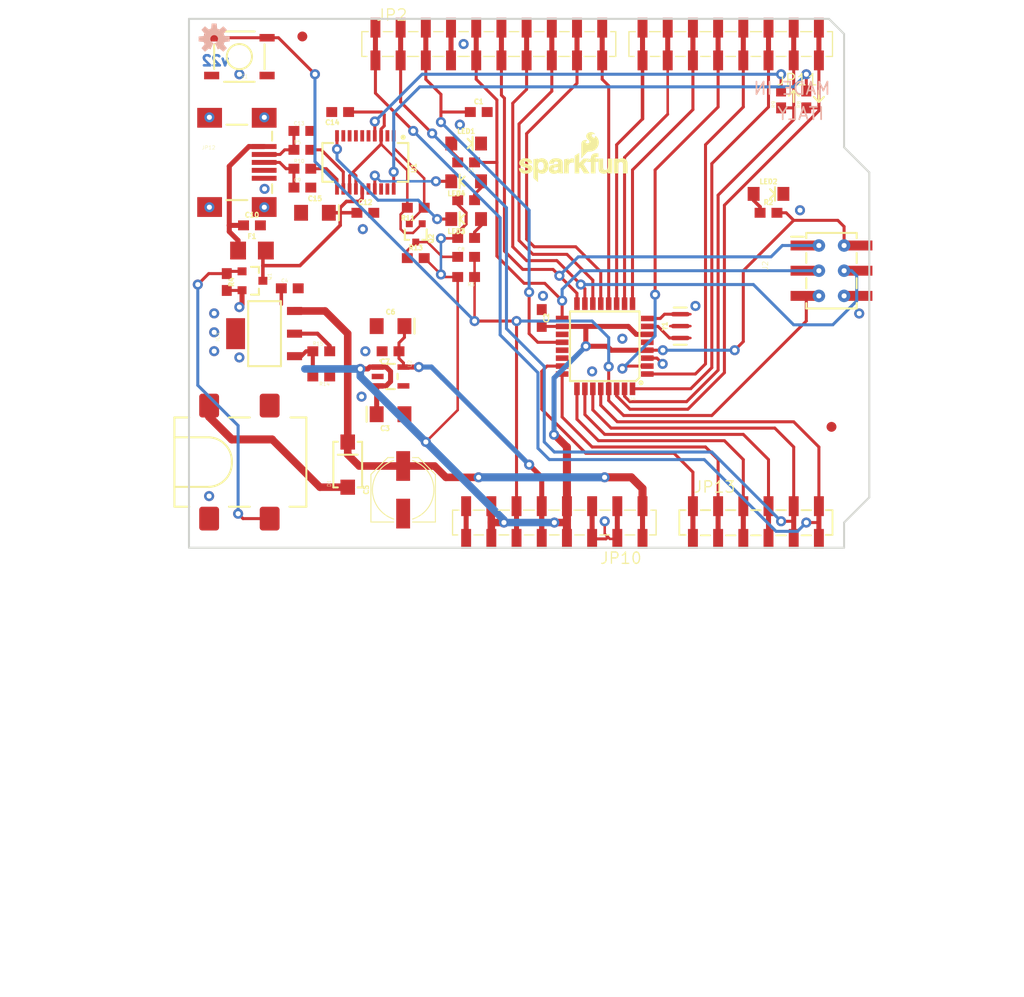
<source format=kicad_pcb>
(kicad_pcb (version 20211014) (generator pcbnew)
  (layers (0 "F.Cu" signal) (31 "B.Cu" signal) (34 "B.Paste" user) (35 "F.Paste" user) (36 "B.SilkS" user "B.Silkscreen") (37 "F.SilkS" user "F.Silkscreen") (38 "B.Mask" user) (39 "F.Mask" user) (44 "Edge.Cuts" user))
  (net 0 "")
  (net 1 "RX-I")
  (net 2 "TX-O")
  (net 3 "IO2")
  (net 4 "IO3")
  (net 5 "IO4")
  (net 6 "IO5")
  (net 7 "IO6")
  (net 8 "IO7")
  (net 9 "AD0")
  (net 10 "AD1")
  (net 11 "AD2")
  (net 12 "AD3")
  (net 13 "AD4/SDA")
  (net 14 "AD5/SCL")
  (net 15 "IO8")
  (net 16 "IO9")
  (net 17 "SS")
  (net 18 "MOSI")
  (net 19 "MISO")
  (net 20 "SCK")
  (net 21 "5V")
  (net 22 "GND")
  (net 23 "RESET")
  (net 24 "AREF")
  (net 25 "3.3V")
  (net 26 "VIN")
  (net 27 "N$2")
  (net 28 "PWRIN")
  (net 29 "USBVCC")
  (net 30 "DTR")
  (net 31 "D-")
  (net 32 "D+")
  (net 33 "VUSB")
  (net 34 "N$1")
  (net 35 "N$15")
  (net 36 "N$3")
  (net 37 "N$4")
  (net 38 "TXLED")
  (net 39 "RXLED")
  (net 40 "N$8")
  (net 41 "N$10")
  (net 42 "TXD")
  (net 43 "RXD")
  (net 44 "INSERT")
  (net 45 "N$6")
  (net 46 "N$7")
  (net 47 "3.3V_F")
  (net 48 "FTDI_DTR")
  (footprint "boardEagle:0603" (layer "F.Cu") (at 137.0711 97.3836 180)
    (fp_text reference "R11")
    (fp_text value "10k")
  )
  (footprint "boardEagle:SOT223-ALT1" (layer "F.Cu") (at 121.8311 110.0836 90)
    (fp_text reference "IC3")
    (fp_text value "LM1117")
  )
  (footprint "boardEagle:STAND-OFF" (layer "F.Cu") (at 128.1811 129.1336)
    (fp_text reference "JP3" hide)
    (fp_text value "STAND-OFF" hide)
  )
  (footprint "boardEagle:0603" (layer "F.Cu") (at 125.6411 93.4466)
    (fp_text reference "R10")
    (fp_text value "27")
  )
  (footprint "boardEagle:0603" (layer "F.Cu") (at 149.7711 108.5036 -90)
    (fp_text reference "C2")
    (fp_text value "0.1uF")
  )
  (footprint "boardEagle:0603" (layer "F.Cu") (at 125.6411 89.6366)
    (fp_text reference "C13")
    (fp_text value "47pF")
  )
  (footprint "boardEagle:0603" (layer "F.Cu") (at 142.1511 92.8116 180)
    (fp_text reference "R1")
    (fp_text value "1k")
  )
  (footprint "boardEagle:SOT23-3" (layer "F.Cu") (at 120.5611 104.7496 -90)
    (fp_text reference "Q1")
    (fp_text value "1A/60V/500mΩ")
  )
  (footprint "boardEagle:EIA3216" (layer "F.Cu") (at 134.5311 109.3216)
    (fp_text reference "C6")
    (fp_text value "10uF")
  )
  (footprint "boardEagle:POWER_JACK_SMD_OVERPASTE_SUPER_BOMB_DIGITY" (layer "F.Cu") (at 116.2431 123.0376)
    (fp_text reference "J3" hide)
    (fp_text value "POWER_JACKSUPER_BOMB_DIGITY" hide)
  )
  (footprint "boardEagle:TQFP32-08" (layer "F.Cu") (at 156.1211 111.3536 180)
    (fp_text reference "U4")
    (fp_text value "ATMEGA328P_TQFP")
  )
  (footprint "boardEagle:SFE_LOGO_NAME_.1" (layer "F.Cu") (at 147.0025 95.2246)
    (fp_text reference "JP1" hide)
    (fp_text value "SFE_LOGO_NAME.1_INCH" hide)
  )
  (footprint "boardEagle:RESONATOR-SMD-3.2X1.3" (layer "F.Cu") (at 163.7411 109.3216 90)
    (fp_text reference "Y1")
    (fp_text value "16MHz")
  )
  (footprint "boardEagle:0603" (layer "F.Cu") (at 131.9911 97.8916)
    (fp_text reference "C12")
    (fp_text value "0.1uF")
  )
  (footprint "boardEagle:0603" (layer "F.Cu") (at 173.9011 86.4616 90)
    (fp_text reference "R9")
    (fp_text value "1k")
  )
  (footprint "boardEagle:PANASONIC_D" (layer "F.Cu") (at 135.8011 125.8316 90)
    (fp_text reference "C5")
    (fp_text value "47uF")
  )
  (footprint "boardEagle:0603" (layer "F.Cu") (at 142.1511 104.3686 180)
    (fp_text reference "R3")
    (fp_text value "10k")
  )
  (footprint "boardEagle:SSOP20_L" (layer "F.Cu") (at 131.9911 92.8116 180)
    (fp_text reference "U1")
    (fp_text value "FT231XS")
  )
  (footprint "boardEagle:LED-1206" (layer "F.Cu") (at 142.1511 98.5266 180)
    (fp_text reference "LED3")
    (fp_text value "Red")
  )
  (footprint "boardEagle:0603" (layer "F.Cu") (at 137.0711 102.4636)
    (fp_text reference "R13")
    (fp_text value "10k")
  )
  (footprint "boardEagle:0603" (layer "F.Cu") (at 120.5611 99.1616)
    (fp_text reference "C10")
    (fp_text value "0.1uF")
  )
  (footprint "boardEagle:1X06_SMD_STRAIGHT_COMBO" (layer "F.Cu") (at 165.0111 129.1336)
    (fp_text reference "JP13")
    (fp_text value "AD")
  )
  (footprint "boardEagle:0603" (layer "F.Cu") (at 125.6411 91.5416)
    (fp_text reference "R5")
    (fp_text value "27")
  )
  (footprint "boardEagle:0603" (layer "F.Cu") (at 127.5461 111.8616)
    (fp_text reference "R15")
    (fp_text value "240")
  )
  (footprint "boardEagle:0603" (layer "F.Cu") (at 134.5311 111.8616 180)
    (fp_text reference "C7")
    (fp_text value "1.0uF")
  )
  (footprint "boardEagle:EIA3216" (layer "F.Cu") (at 134.5311 118.2116 180)
    (fp_text reference "C3")
    (fp_text value "10uF")
  )
  (footprint "boardEagle:TACTILE-SWITCH-SMD" (layer "F.Cu") (at 119.2911 82.1436 180)
    (fp_text reference "S1")
    (fp_text value "RESET")
  )
  (footprint "boardEagle:0603" (layer "F.Cu") (at 172.6311 97.8916)
    (fp_text reference "R2")
    (fp_text value "4.7k")
  )
  (footprint "boardEagle:EIA3216" (layer "F.Cu") (at 126.9111 97.8916)
    (fp_text reference "C15")
    (fp_text value "10uF")
  )
  (footprint "boardEagle:1206" (layer "F.Cu") (at 120.5611 101.7016)
    (fp_text reference "F1")
    (fp_text value "6V/0.5A")
  )
  (footprint "boardEagle:USB-MINIB" (layer "F.Cu") (at 119.2911 92.8116)
    (fp_text reference "JP12")
    (fp_text value "USB-MINIB-5PIN")
  )
  (footprint "boardEagle:CREATIVE_COMMONS" (layer "F.Cu") (at 115.4811 171.0436)
    (fp_text reference "FRAME2" hide)
    (fp_text value "FRAME-LETTER" hide)
  )
  (footprint "boardEagle:0603" (layer "F.Cu") (at 142.1511 96.6216)
    (fp_text reference "R7")
    (fp_text value "1k")
  )
  (footprint "boardEagle:0603" (layer "F.Cu") (at 142.1511 102.3366)
    (fp_text reference "C8")
    (fp_text value "0.1uF")
  )
  (footprint "boardEagle:0603" (layer "F.Cu") (at 142.1511 100.4316)
    (fp_text reference "R6")
    (fp_text value "1k")
  )
  (footprint "boardEagle:0603" (layer "F.Cu") (at 127.5461 114.4016 180)
    (fp_text reference "R14")
    (fp_text value "715")
  )
  (footprint "boardEagle:SOT323" (layer "F.Cu") (at 137.0711 99.9236 180)
    (fp_text reference "Q2")
    (fp_text value "2N7002PW")
  )
  (footprint "boardEagle:1X08_SMD_COMBINED" (layer "F.Cu") (at 159.9311 129.1336 180)
    (fp_text reference "JP10")
    (fp_text value "JP10")
  )
  (footprint "boardEagle:FIDUCIAL-1X2" (layer "F.Cu") (at 178.9811 119.4816)
    (fp_text reference "JP8" hide)
    (fp_text value "FIDUCIAL1X2" hide)
  )
  (footprint "boardEagle:LED-1206" (layer "F.Cu") (at 142.1511 90.9066)
    (fp_text reference "LED1")
    (fp_text value "Blue")
  )
  (footprint "boardEagle:1X10_SMD_COMBINED" (layer "F.Cu") (at 133.0071 80.8736)
    (fp_text reference "JP2")
    (fp_text value "M10SMD_COMBO")
  )
  (footprint "boardEagle:STAND-OFF" (layer "F.Cu") (at 180.2511 96.1136)
    (fp_text reference "JP5" hide)
    (fp_text value "STAND-OFF" hide)
  )
  (footprint "boardEagle:SFE_LOGO_FLAME_.1" (layer "F.Cu") (at 153.4795 92.6846)
    (fp_text reference "JP7" hide)
    (fp_text value "SFE_LOGO_FLAME.1_INCH" hide)
  )
  (footprint "boardEagle:0603" (layer "F.Cu") (at 125.6411 95.3516)
    (fp_text reference "C9")
    (fp_text value "47pF")
  )
  (footprint "boardEagle:LED-1206" (layer "F.Cu") (at 172.6311 95.9866)
    (fp_text reference "LED2")
    (fp_text value "Green")
  )
  (footprint "boardEagle:1X08_SMD_COMBINED" (layer "F.Cu") (at 177.7111 80.8736 180)
    (fp_text reference "JP11")
    (fp_text value "IOL")
  )
  (footprint "boardEagle:0603" (layer "F.Cu") (at 118.0211 104.8766 -90)
    (fp_text reference "R4")
    (fp_text value "10k")
  )
  (footprint "boardEagle:STAND-OFF" (layer "F.Cu") (at 180.2511 124.0536)
    (fp_text reference "JP4" hide)
    (fp_text value "STAND-OFF" hide)
  )
  (footprint "boardEagle:2X3_SMT_POSTS" (layer "F.Cu") (at 178.9811 103.7336 -90)
    (fp_text reference "J2")
    (fp_text value "ICSP")
  )
  (footprint "boardEagle:0603" (layer "F.Cu") (at 129.4511 87.7316 180)
    (fp_text reference "C14")
    (fp_text value "0.1uF")
  )
  (footprint "boardEagle:LED-1206" (layer "F.Cu") (at 142.1511 94.7166 180)
    (fp_text reference "LED4")
    (fp_text value "Yellow")
  )
  (footprint "boardEagle:0603" (layer "F.Cu") (at 124.3711 105.5116)
    (fp_text reference "C4")
    (fp_text value "0.1uF")
  )
  (footprint "boardEagle:FIDUCIAL-1X2" (layer "F.Cu") (at 125.6411 80.1116)
    (fp_text reference "JP9" hide)
    (fp_text value "FIDUCIAL1X2" hide)
  )
  (footprint "boardEagle:0603" (layer "F.Cu") (at 176.4411 86.4616 90)
    (fp_text reference "R8")
    (fp_text value "1k")
  )
  (footprint "boardEagle:SMA-DIODE" (layer "F.Cu") (at 130.2131 123.2916 90)
    (fp_text reference "D1")
    (fp_text value "MBRA140")
  )
  (footprint "boardEagle:SOT23-5" (layer "F.Cu") (at 134.5311 114.4016 -90)
    (fp_text reference "U2")
    (fp_text value "MIC5205")
  )
  (footprint "boardEagle:0603" (layer "F.Cu") (at 143.4211 87.7316)
    (fp_text reference "C1")
    (fp_text value "0.1uF")
  )
  (footprint "boardEagle:STAND-OFF" (layer "F.Cu") (at 129.4511 80.8736)
    (fp_text reference "JP6" hide)
    (fp_text value "STAND-OFF" hide)
  )
  (footprint "boardEagle:PAD.03X.05" (layer "B.Cu") (at 180.2511 101.1936 180)
    (fp_text reference "TP1" hide)
    (fp_text value "TP-3x5" hide)
  )
  (footprint "boardEagle:PAD.03X.05" (layer "B.Cu") (at 177.7111 101.1936 180)
    (fp_text reference "TP4" hide)
    (fp_text value "TP-3x5" hide)
  )
  (footprint "boardEagle:OSHW-LOGO-S" (layer "B.Cu") (at 116.7511 80.3656 180)
    (fp_text reference "U$16" hide)
    (fp_text value "OSHW-LOGOS" hide)
  )
  (footprint "boardEagle:PAD.03X.05" (layer "B.Cu") (at 177.7111 106.2736 180)
    (fp_text reference "TP6" hide)
    (fp_text value "TP-3x5" hide)
  )
  (footprint "boardEagle:PAD.03X.05" (layer "B.Cu") (at 180.2511 106.2736 180)
    (fp_text reference "TP3" hide)
    (fp_text value "TP-3x5" hide)
  )
  (footprint "boardEagle:PAD.03X.05" (layer "B.Cu") (at 177.7111 103.7336 180)
    (fp_text reference "TP5" hide)
    (fp_text value "TP-3x5" hide)
  )
  (footprint "boardEagle:PAD.03X.05" (layer "B.Cu") (at 180.2511 103.7336 180)
    (fp_text reference "TP2" hide)
    (fp_text value "TP-3x5" hide)
  )
  (gr_line (start 175.6791 86.0806) (end 175.1711 85.5726) (layer "F.SilkS") (width 0.2032))
  (gr_line (start 175.1711 86.7156) (end 175.1711 85.5726) (layer "F.SilkS") (width 0.2032))
  (gr_line (start 177.2031 86.2076) (end 177.7111 86.7156) (layer "F.SilkS") (width 0.2032))
  (gr_line (start 177.7111 86.7156) (end 178.2191 86.2076) (layer "F.SilkS") (width 0.2032))
  (gr_line (start 177.7111 85.5726) (end 177.7111 86.7156) (layer "F.SilkS") (width 0.2032))
  (gr_line (start 175.1711 85.5726) (end 174.6631 86.0806) (layer "F.SilkS") (width 0.2032))
  (gr_line (start 180.2511 131.6736) (end 114.2111 131.6736) (layer "Edge.Cuts") (width 0.2032))
  (gr_line (start 180.2511 79.8576) (end 180.2511 91.2876) (layer "Edge.Cuts") (width 0.2032))
  (gr_line (start 178.7271 78.3336) (end 180.2511 79.8576) (layer "Edge.Cuts") (width 0.2032))
  (gr_line (start 182.7911 126.5936) (end 180.2511 129.1336) (layer "Edge.Cuts") (width 0.2032))
  (gr_line (start 182.7911 93.8276) (end 182.7911 126.5936) (layer "Edge.Cuts") (width 0.2032))
  (gr_line (start 180.2511 91.2876) (end 182.7911 93.8276) (layer "Edge.Cuts") (width 0.2032))
  (gr_line (start 180.2511 129.1336) (end 180.2511 131.6736) (layer "Edge.Cuts") (width 0.2032))
  (gr_line (start 114.2111 78.3336) (end 178.7271 78.3336) (layer "Edge.Cuts") (width 0.2032))
  (gr_line (start 114.2111 131.6736) (end 114.2111 78.3336) (layer "Edge.Cuts") (width 0.2032))
  (gr_text "v22" (at 118.4021 83.1596) (layer "B.Cu") (effects (font (size 1.016 1.016) (thickness 0.254)) (justify left bottom mirror)))
  (gr_text "MADE IN" (at 178.9811 86.0806) (layer "B.SilkS") (effects (font (size 1.251712 1.251712) (thickness 0.170688)) (justify left bottom mirror)))
  (gr_text "ITALY" (at 178.3461 88.6206) (layer "B.SilkS") (effects (font (size 1.251712 1.251712) (thickness 0.170688)) (justify left bottom mirror)))
  (segment (start 176.4411 87.3116) (end 177.6721 87.3116) (width 0.3048) (layer "F.Cu") (net 1))
  (segment (start 177.6721 87.3116) (end 177.7111 87.3506) (width 0.3048) (layer "F.Cu") (net 1))
  (segment (start 158.6611 117.7036) (end 164.5031 117.7036) (width 0.3048) (layer "F.Cu") (net 1))
  (segment (start 157.3211 115.6462) (end 157.3211 116.3636) (width 0.3048) (layer "F.Cu") (net 1))
  (segment (start 157.3211 116.3636) (end 158.6611 117.7036) (width 0.3048) (layer "F.Cu") (net 1))
  (segment (start 177.7111 85.3186) (end 177.7111 82.5236) (width 0.3048) (layer "F.Cu") (net 1))
  (segment (start 177.7111 87.6046) (end 177.7111 87.3506) (width 0.3048) (layer "F.Cu") (net 1))
  (segment (start 177.7111 87.3506) (end 177.7111 85.3186) (width 0.3048) (layer "F.Cu") (net 1))
  (segment (start 168.1861 97.1296) (end 177.7111 87.6046) (width 0.3048) (layer "F.Cu") (net 1))
  (segment (start 168.1861 114.0206) (end 168.1861 97.1296) (width 0.3048) (layer "F.Cu") (net 1))
  (segment (start 164.5031 117.7036) (end 168.1861 114.0206) (width 0.3048) (layer "F.Cu") (net 1))
  (segment (start 177.7111 85.3186) (end 177.7261 85.3036) (width 0.254) (layer "F.Cu") (net 1))
  (segment (start 175.1711 87.3506) (end 175.1711 85.3186) (width 0.3048) (layer "F.Cu") (net 2))
  (segment (start 167.5511 113.7666) (end 167.5511 96.1136) (width 0.3048) (layer "F.Cu") (net 2))
  (segment (start 175.1711 88.4936) (end 175.1711 87.3506) (width 0.3048) (layer "F.Cu") (net 2))
  (segment (start 158.6611 116.9416) (end 164.3761 116.9416) (width 0.3048) (layer "F.Cu") (net 2))
  (segment (start 175.1711 85.3186) (end 175.1561 85.3036) (width 0.254) (layer "F.Cu") (net 2))
  (segment (start 175.1321 87.3116) (end 175.1711 87.3506) (width 0.3048) (layer "F.Cu") (net 2))
  (segment (start 164.3761 116.9416) (end 167.5511 113.7666) (width 0.3048) (layer "F.Cu") (net 2))
  (segment (start 175.1711 85.3186) (end 175.1711 79.2236) (width 0.3048) (layer "F.Cu") (net 2))
  (segment (start 167.5511 96.1136) (end 175.1711 88.4936) (width 0.3048) (layer "F.Cu") (net 2))
  (segment (start 158.1211 116.4016) (end 158.6611 116.9416) (width 0.3048) (layer "F.Cu") (net 2))
  (segment (start 173.9011 87.3116) (end 175.1321 87.3116) (width 0.3048) (layer "F.Cu") (net 2))
  (segment (start 158.1211 115.6462) (end 158.1211 116.4016) (width 0.3048) (layer "F.Cu") (net 2))
  (segment (start 164.7825 115.6462) (end 166.9161 113.5126) (width 0.3048) (layer "F.Cu") (net 3))
  (segment (start 166.9161 92.9386) (end 172.6311 87.2236) (width 0.3048) (layer "F.Cu") (net 3))
  (segment (start 172.6311 87.2236) (end 172.6311 82.5236) (width 0.3048) (layer "F.Cu") (net 3))
  (segment (start 158.9211 115.6462) (end 164.7825 115.6462) (width 0.3048) (layer "F.Cu") (net 3))
  (segment (start 166.9161 113.5126) (end 166.9161 92.9386) (width 0.3048) (layer "F.Cu") (net 3))
  (segment (start 160.4137 114.1536) (end 165.2591 114.1536) (width 0.3048) (layer "F.Cu") (net 4))
  (segment (start 170.0911 87.2236) (end 170.0911 79.2236) (width 0.3048) (layer "F.Cu") (net 4))
  (segment (start 166.2811 113.1316) (end 166.2811 91.0336) (width 0.3048) (layer "F.Cu") (net 4))
  (segment (start 166.2811 91.0336) (end 170.0911 87.2236) (width 0.3048) (layer "F.Cu") (net 4))
  (segment (start 165.2591 114.1536) (end 166.2811 113.1316) (width 0.3048) (layer "F.Cu") (net 4))
  (segment (start 160.4137 113.3536) (end 158.1531 113.3536) (width 0.3048) (layer "F.Cu") (net 5))
  (segment (start 158.1531 113.3536) (end 157.8991 113.6076) (width 0.3048) (layer "F.Cu") (net 5))
  (segment (start 161.2011 93.5736) (end 167.5511 87.2236) (width 0.3048) (layer "F.Cu") (net 5))
  (segment (start 167.5511 87.2236) (end 167.5511 82.5236) (width 0.3048) (layer "F.Cu") (net 5))
  (segment (start 161.2011 106.1466) (end 161.2011 93.5736) (width 0.3048) (layer "F.Cu") (net 5))
  (via (at 161.2011 106.1466) (size 1.016) (drill 0.508) (layers "F.Cu" "B.Cu") (net 5))
  (via (at 157.8991 113.6076) (size 1.016) (drill 0.508) (layers "F.Cu" "B.Cu") (net 5))
  (segment (start 157.8991 113.6076) (end 161.2011 110.3056) (width 0.3048) (layer "B.Cu") (net 5))
  (segment (start 161.2011 110.3056) (end 161.2011 106.1466) (width 0.3048) (layer "B.Cu") (net 5))
  (segment (start 158.9211 107.061) (end 158.9211 93.5736) (width 0.3048) (layer "F.Cu") (net 6))
  (segment (start 165.0111 87.4836) (end 165.0111 79.2236) (width 0.3048) (layer "F.Cu") (net 6))
  (segment (start 158.9211 93.5736) (end 165.0111 87.4836) (width 0.3048) (layer "F.Cu") (net 6))
  (segment (start 158.1211 107.061) (end 158.1211 92.3036) (width 0.3048) (layer "F.Cu") (net 7))
  (segment (start 162.4711 87.9536) (end 162.4711 82.5236) (width 0.254) (layer "F.Cu") (net 7))
  (segment (start 158.1211 92.3036) (end 162.4711 87.9536) (width 0.3048) (layer "F.Cu") (net 7))
  (segment (start 157.3211 91.0336) (end 159.9311 88.4236) (width 0.3048) (layer "F.Cu") (net 8))
  (segment (start 159.9311 88.4236) (end 159.9311 79.2236) (width 0.3556) (layer "F.Cu") (net 8))
  (segment (start 157.3211 107.061) (end 157.3211 91.0336) (width 0.3048) (layer "F.Cu") (net 8))
  (segment (start 150.3111 113.3536) (end 151.8285 113.3536) (width 0.3048) (layer "F.Cu") (net 9))
  (segment (start 149.7711 113.8936) (end 150.3111 113.3536) (width 0.3048) (layer "F.Cu") (net 9))
  (segment (start 154.2161 122.1486) (end 149.7711 117.7036) (width 0.3048) (layer "F.Cu") (net 9))
  (segment (start 165.0111 124.0536) (end 165.0111 130.7836) (width 0.3048) (layer "F.Cu") (net 9))
  (segment (start 163.1061 122.1486) (end 165.0111 124.0536) (width 0.3048) (layer "F.Cu") (net 9))
  (segment (start 154.2161 122.1486) (end 163.1061 122.1486) (width 0.3048) (layer "F.Cu") (net 9))
  (segment (start 149.7711 117.7036) (end 149.7711 113.8936) (width 0.3048) (layer "F.Cu") (net 9))
  (segment (start 151.8285 118.491) (end 151.8285 114.1536) (width 0.3048) (layer "F.Cu") (net 10))
  (segment (start 154.8511 121.5136) (end 166.2811 121.5136) (width 0.3048) (layer "F.Cu") (net 10))
  (segment (start 166.2811 121.5136) (end 167.5511 122.7836) (width 0.3048) (layer "F.Cu") (net 10))
  (segment (start 151.8285 118.491) (end 154.8511 121.5136) (width 0.3048) (layer "F.Cu") (net 10))
  (segment (start 167.5511 122.7836) (end 167.5511 127.4836) (width 0.3048) (layer "F.Cu") (net 10))
  (segment (start 170.0911 122.7836) (end 170.0911 130.7836) (width 0.3048) (layer "F.Cu") (net 11))
  (segment (start 155.4861 120.8786) (end 168.1861 120.8786) (width 0.3048) (layer "F.Cu") (net 11))
  (segment (start 168.1861 120.8786) (end 170.0911 122.7836) (width 0.3048) (layer "F.Cu") (net 11))
  (segment (start 155.4861 120.8786) (end 153.3211 118.7136) (width 0.3048) (layer "F.Cu") (net 11))
  (segment (start 153.3211 118.7136) (end 153.3211 115.6462) (width 0.3048) (layer "F.Cu") (net 11))
  (segment (start 156.1211 120.2436) (end 170.0911 120.2436) (width 0.3048) (layer "F.Cu") (net 12))
  (segment (start 170.0911 120.2436) (end 172.6311 122.7836) (width 0.3048) (layer "F.Cu") (net 12))
  (segment (start 154.1211 118.2436) (end 154.1211 115.6462) (width 0.3048) (layer "F.Cu") (net 12))
  (segment (start 156.1211 120.2436) (end 154.1211 118.2436) (width 0.3048) (layer "F.Cu") (net 12))
  (segment (start 172.6311 122.7836) (end 172.6311 127.4836) (width 0.3048) (layer "F.Cu") (net 12))
  (segment (start 154.9211 117.7736) (end 154.9211 115.6462) (width 0.3048) (layer "F.Cu") (net 13))
  (segment (start 156.7561 119.6086) (end 154.9211 117.7736) (width 0.3048) (layer "F.Cu") (net 13))
  (segment (start 156.7561 119.6086) (end 173.2661 119.6086) (width 0.3048) (layer "F.Cu") (net 13))
  (segment (start 135.5471 82.5236) (end 135.5471 86.7156) (width 0.3048) (layer "F.Cu") (net 13))
  (segment (start 173.2661 119.6086) (end 175.1711 121.5136) (width 0.3048) (layer "F.Cu") (net 13))
  (segment (start 175.1711 121.5136) (end 175.1711 129.0066) (width 0.3048) (layer "F.Cu") (net 13))
  (segment (start 135.5471 86.7156) (end 138.7221 89.8906) (width 0.3048) (layer "F.Cu") (net 13))
  (segment (start 173.9011 129.0066) (end 175.1711 129.0066) (width 0.3048) (layer "F.Cu") (net 13))
  (segment (start 175.1711 129.0066) (end 175.1711 130.7836) (width 0.3048) (layer "F.Cu") (net 13))
  (via (at 173.9011 129.0066) (size 1.016) (drill 0.508) (layers "F.Cu" "B.Cu") (net 13))
  (via (at 138.7221 89.8906) (size 1.016) (drill 0.508) (layers "F.Cu" "B.Cu") (net 13))
  (segment (start 150.0251 113.3856) (end 150.0251 121.0056) (width 0.3048) (layer "B.Cu") (net 13))
  (segment (start 166.9161 122.0216) (end 173.9011 129.0066) (width 0.3048) (layer "B.Cu") (net 13))
  (segment (start 146.2151 109.5756) (end 150.0251 113.3856) (width 0.3048) (layer "B.Cu") (net 13))
  (segment (start 146.2151 97.3836) (end 138.7221 89.8906) (width 0.3048) (layer "B.Cu") (net 13))
  (segment (start 146.2151 97.3836) (end 146.2151 109.5756) (width 0.3048) (layer "B.Cu") (net 13))
  (segment (start 151.0411 122.0216) (end 166.9161 122.0216) (width 0.3048) (layer "B.Cu") (net 13))
  (segment (start 150.0251 121.0056) (end 151.0411 122.0216) (width 0.3048) (layer "B.Cu") (net 13))
  (segment (start 176.4411 129.1336) (end 177.7111 129.1336) (width 0.3048) (layer "F.Cu") (net 14))
  (segment (start 157.3911 118.9736) (end 175.1711 118.9736) (width 0.3048) (layer "F.Cu") (net 14))
  (segment (start 155.7211 117.3036) (end 155.7211 115.6462) (width 0.3048) (layer "F.Cu") (net 14))
  (segment (start 133.0071 85.8266) (end 136.8171 89.6366) (width 0.3048) (layer "F.Cu") (net 14))
  (segment (start 133.0071 82.5236) (end 133.0071 85.8266) (width 0.3048) (layer "F.Cu") (net 14))
  (segment (start 175.1711 118.9736) (end 177.7111 121.5136) (width 0.3048) (layer "F.Cu") (net 14))
  (segment (start 155.7211 117.3036) (end 157.3911 118.9736) (width 0.3048) (layer "F.Cu") (net 14))
  (segment (start 177.7111 129.1336) (end 177.7111 127.4836) (width 0.3048) (layer "F.Cu") (net 14))
  (segment (start 177.7111 121.5136) (end 177.7111 127.4836) (width 0.3048) (layer "F.Cu") (net 14))
  (via (at 136.8171 89.6366) (size 1.016) (drill 0.508) (layers "F.Cu" "B.Cu") (net 14))
  (via (at 176.4411 129.1336) (size 1.016) (drill 0.508) (layers "F.Cu" "B.Cu") (net 14))
  (segment (start 149.3901 121.6406) (end 150.5331 122.7836) (width 0.3048) (layer "B.Cu") (net 14))
  (segment (start 166.1541 122.7836) (end 173.3931 130.0226) (width 0.3048) (layer "B.Cu") (net 14))
  (segment (start 145.5801 110.2106) (end 149.3901 114.0206) (width 0.3048) (layer "B.Cu") (net 14))
  (segment (start 136.8171 89.6366) (end 145.5801 98.3996) (width 0.3048) (layer "B.Cu") (net 14))
  (segment (start 175.5521 130.0226) (end 176.4411 129.1336) (width 0.3048) (layer "B.Cu") (net 14))
  (segment (start 150.5331 122.7836) (end 166.1541 122.7836) (width 0.3048) (layer "B.Cu") (net 14))
  (segment (start 145.5801 98.3996) (end 145.5801 110.2106) (width 0.3048) (layer "B.Cu") (net 14))
  (segment (start 173.3931 130.0226) (end 175.5521 130.0226) (width 0.3048) (layer "B.Cu") (net 14))
  (segment (start 149.3901 114.0206) (end 149.3901 121.6406) (width 0.3048) (layer "B.Cu") (net 14))
  (segment (start 155.8671 84.4296) (end 155.8671 82.5236) (width 0.3048) (layer "F.Cu") (net 15))
  (segment (start 156.5211 85.0836) (end 155.8671 84.4296) (width 0.3048) (layer "F.Cu") (net 15))
  (segment (start 156.5211 107.061) (end 156.5211 85.0836) (width 0.3048) (layer "F.Cu") (net 15))
  (segment (start 149.0091 101.3206) (end 148.2471 100.5586) (width 0.3048) (layer "F.Cu") (net 16))
  (segment (start 155.7211 103.8416) (end 153.2001 101.3206) (width 0.3048) (layer "F.Cu") (net 16))
  (segment (start 148.2471 100.5586) (end 148.2471 89.9096) (width 0.3048) (layer "F.Cu") (net 16))
  (segment (start 148.2471 89.9096) (end 153.3271 84.8296) (width 0.3048) (layer "F.Cu") (net 16))
  (segment (start 153.2001 101.3206) (end 149.0091 101.3206) (width 0.3048) (layer "F.Cu") (net 16))
  (segment (start 153.3271 84.8296) (end 153.3271 82.5236) (width 0.3048) (layer "F.Cu") (net 16))
  (segment (start 155.7211 107.061) (end 155.7211 103.8416) (width 0.3048) (layer "F.Cu") (net 16))
  (segment (start 147.4851 100.6856) (end 147.4851 88.9316) (width 0.3048) (layer "F.Cu") (net 17))
  (segment (start 154.9211 107.061) (end 154.9211 104.6926) (width 0.3048) (layer "F.Cu") (net 17))
  (segment (start 152.3111 102.0826) (end 148.8821 102.0826) (width 0.3048) (layer "F.Cu") (net 17))
  (segment (start 148.8821 102.0826) (end 147.4851 100.6856) (width 0.3048) (layer "F.Cu") (net 17))
  (segment (start 150.7871 85.6296) (end 150.7871 82.5236) (width 0.3048) (layer "F.Cu") (net 17))
  (segment (start 147.4851 88.9316) (end 150.7871 85.6296) (width 0.3048) (layer "F.Cu") (net 17))
  (segment (start 154.9211 104.6926) (end 152.3111 102.0826) (width 0.3048) (layer "F.Cu") (net 17))
  (segment (start 154.1211 107.061) (end 154.1211 105.5436) (width 0.3048) (layer "F.Cu") (net 18))
  (segment (start 151.2951 102.7176) (end 148.2471 102.7176) (width 0.3048) (layer "F.Cu") (net 18))
  (segment (start 153.7081 105.1306) (end 151.2951 102.7176) (width 0.3048) (layer "F.Cu") (net 18))
  (segment (start 181.5211 103.7336) (end 180.2511 103.7336) (width 0.3048) (layer "F.Cu") (net 18))
  (segment (start 148.2471 102.7176) (end 146.8501 101.3206) (width 0.3048) (layer "F.Cu") (net 18))
  (segment (start 148.2471 85.4456) (end 146.8501 86.8426) (width 0.3048) (layer "F.Cu") (net 18))
  (segment (start 146.8501 86.8426) (end 146.8501 101.3206) (width 0.3048) (layer "F.Cu") (net 18))
  (segment (start 148.2471 82.5236) (end 148.2471 85.4456) (width 0.3048) (layer "F.Cu") (net 18))
  (segment (start 154.1211 105.5436) (end 153.7081 105.1306) (width 0.3048) (layer "F.Cu") (net 18))
  (via (at 153.7081 105.1306) (size 1.016) (drill 0.508) (layers "F.Cu" "B.Cu") (net 18))
  (via (at 180.2511 103.7336) (size 1.016) (drill 0.508) (layers "F.Cu" "B.Cu") (net 18))
  (segment (start 181.5211 104.2416) (end 181.5211 106.7816) (width 0.3048) (layer "B.Cu") (net 18))
  (segment (start 179.1081 109.1946) (end 175.1711 109.1946) (width 0.3048) (layer "B.Cu") (net 18))
  (segment (start 179.1081 109.1946) (end 181.5211 106.7816) (width 0.3048) (layer "B.Cu") (net 18))
  (segment (start 181.0131 103.7336) (end 181.5211 104.2416) (width 0.3048) (layer "B.Cu") (net 18))
  (segment (start 175.1711 109.1946) (end 171.1071 105.1306) (width 0.3048) (layer "B.Cu") (net 18))
  (segment (start 171.1071 105.1306) (end 153.7081 105.1306) (width 0.3048) (layer "B.Cu") (net 18))
  (segment (start 180.2511 103.7336) (end 181.0131 103.7336) (width 0.3048) (layer "B.Cu") (net 18))
  (segment (start 146.0119 101.7524) (end 146.0119 86.3346) (width 0.3048) (layer "F.Cu") (net 19))
  (segment (start 153.3211 107.061) (end 153.3211 106.0136) (width 0.3048) (layer "F.Cu") (net 19))
  (segment (start 145.7071 86.0298) (end 146.0119 86.3346) (width 0.3048) (layer "F.Cu") (net 19))
  (segment (start 145.7071 82.5236) (end 145.7071 86.0298) (width 0.3048) (layer "F.Cu") (net 19))
  (segment (start 176.4411 101.1936) (end 177.7111 101.1936) (width 0.3048) (layer "F.Cu") (net 19))
  (segment (start 150.9141 103.6066) (end 147.8661 103.6066) (width 0.3048) (layer "F.Cu") (net 19))
  (segment (start 151.5491 104.2416) (end 150.9141 103.6066) (width 0.3048) (layer "F.Cu") (net 19))
  (segment (start 153.3211 106.0136) (end 151.5491 104.2416) (width 0.3048) (layer "F.Cu") (net 19))
  (segment (start 147.8661 103.6066) (end 146.0119 101.7524) (width 0.3048) (layer "F.Cu") (net 19))
  (via (at 177.7111 101.1936) (size 1.016) (drill 0.508) (layers "F.Cu" "B.Cu") (net 19))
  (via (at 151.5491 104.2416) (size 1.016) (drill 0.508) (layers "F.Cu" "B.Cu") (net 19))
  (segment (start 172.8851 102.3366) (end 153.4541 102.3366) (width 0.3048) (layer "B.Cu") (net 19))
  (segment (start 174.0281 101.1936) (end 172.8851 102.3366) (width 0.3048) (layer "B.Cu") (net 19))
  (segment (start 153.4541 102.3366) (end 151.5491 104.2416) (width 0.3048) (layer "B.Cu") (net 19))
  (segment (start 177.7111 101.1936) (end 174.0281 101.1936) (width 0.3048) (layer "B.Cu") (net 19))
  (segment (start 145.2499 102.2604) (end 145.2499 92.8116) (width 0.3048) (layer "F.Cu") (net 20))
  (segment (start 145.2499 92.8116) (end 145.2499 86.5124) (width 0.3048) (layer "F.Cu") (net 20))
  (segment (start 145.2499 86.5124) (end 143.1671 84.4296) (width 0.3048) (layer "F.Cu") (net 20))
  (segment (start 176.4411 103.7336) (end 177.7111 103.7336) (width 0.3048) (layer "F.Cu") (net 20))
  (segment (start 147.9931 105.0036) (end 145.2499 102.2604) (width 0.3048) (layer "F.Cu") (net 20))
  (segment (start 150.0759 105.0036) (end 151.8285 106.7562) (width 0.3048) (layer "F.Cu") (net 20))
  (segment (start 143.1671 84.4296) (end 143.1671 82.5236) (width 0.3048) (layer "F.Cu") (net 20))
  (segment (start 147.9931 105.0036) (end 150.0759 105.0036) (width 0.3048) (layer "F.Cu") (net 20))
  (segment (start 143.0011 92.8116) (end 145.2499 92.8116) (width 0.3048) (layer "F.Cu") (net 20))
  (segment (start 151.8285 108.5536) (end 151.8285 106.7562) (width 0.3048) (layer "F.Cu") (net 20))
  (via (at 177.7111 103.7336) (size 1.016) (drill 0.508) (layers "F.Cu" "B.Cu") (net 20))
  (via (at 151.8285 106.7562) (size 1.016) (drill 0.508) (layers "F.Cu" "B.Cu") (net 20))
  (segment (start 153.7081 103.7336) (end 177.7111 103.7336) (width 0.3048) (layer "B.Cu") (net 20))
  (segment (start 151.8285 106.7562) (end 151.8285 105.6132) (width 0.3048) (layer "B.Cu") (net 20))
  (segment (start 151.8285 105.6132) (end 153.7081 103.7336) (width 0.3048) (layer "B.Cu") (net 20))
  (segment (start 151.011 120.2737) (end 151.011 120.2135) (width 0.762) (layer "F.Cu") (net 21))
  (segment (start 160.4137 111.7536) (end 161.9821 111.7536) (width 0.3048) (layer "F.Cu") (net 21))
  (segment (start 144.6911 127.4836) (end 144.6911 129.1336) (width 0.762) (layer "F.Cu") (net 21))
  (segment (start 139.8651 104.3686) (end 139.6111 104.1146) (width 0.254) (layer "F.Cu") (net 21))
  (segment (start 159.2961 110.1536) (end 160.4137 110.1536) (width 0.508) (layer "F.Cu") (net 21))
  (segment (start 128.3961 111.8616) (end 128.3961 111.3146) (width 0.4064) (layer "F.Cu") (net 21))
  (segment (start 141.3011 104.3686) (end 139.8651 104.3686) (width 0.254) (layer "F.Cu") (net 21))
  (segment (start 128.3961 111.3146) (end 127.1651 110.0836) (width 0.4064) (layer "F.Cu") (net 21))
  (segment (start 151.0411 129.1336) (end 152.0571 129.1336) (width 0.762) (layer "F.Cu") (net 21))
  (segment (start 152.3111 128.8796) (end 152.3111 129.6416) (width 0.8128) (layer "F.Cu") (net 21))
  (segment (start 137.9211 102.4636) (end 137.9601 102.4636) (width 0.254) (layer "F.Cu") (net 21))
  (segment (start 181.5211 101.1936) (end 180.2511 101.1936) (width 0.3048) (layer "F.Cu") (net 21))
  (segment (start 132.2451 113.6396) (end 131.4831 113.6396) (width 0.508) (layer "F.Cu") (net 21))
  (segment (start 133.1311 118.2116) (end 133.1311 115.4515) (width 0.508) (layer "F.Cu") (net 21))
  (segment (start 144.6911 129.1336) (end 144.6911 130.7836) (width 0.762) (layer "F.Cu") (net 21))
  (segment (start 180.2511 101.1936) (end 180.2511 99.2886) (width 0.3048) (layer "F.Cu") (net 21))
  (segment (start 151.8285 109.3536) (end 149.7711 109.3536) (width 0.3048) (layer "F.Cu") (net 21))
  (segment (start 133.1311 115.4515) (end 133.231 115.3516) (width 0.508) (layer "F.Cu") (net 21))
  (segment (start 154.2161 111.3536) (end 156.3751 111.3536) (width 0.508) (layer "F.Cu") (net 21))
  (segment (start 134.0891 115.3516) (end 134.5311 114.9096) (width 0.508) (layer "F.Cu") (net 21))
  (segment (start 151.011 120.2135) (end 152.3111 121.5136) (width 0.762) (layer "F.Cu") (net 21))
  (segment (start 145.9611 129.1336) (end 144.6911 129.1336) (width 0.762) (layer "F.Cu") (net 21))
  (segment (start 133.1311 118.2116) (end 133.2611 118.2116) (width 0.4064) (layer "F.Cu") (net 21))
  (segment (start 152.0571 129.1336) (end 152.3111 128.8796) (width 0.762) (layer "F.Cu") (net 21))
  (segment (start 175.1711 98.6536) (end 179.6161 98.6536) (width 0.3048) (layer "F.Cu") (net 21))
  (segment (start 154.2161 109.3536) (end 151.8285 109.3536) (width 0.508) (layer "F.Cu") (net 21))
  (segment (start 119.5611 105.6996) (end 119.5611 107.1346) (width 0.508) (layer "F.Cu") (net 21))
  (segment (start 179.6161 98.6536) (end 180.2511 99.2886) (width 0.3048) (layer "F.Cu") (net 21))
  (segment (start 141.3011 104.3686) (end 141.3011 117.7916) (width 0.254) (layer "F.Cu") (net 21))
  (segment (start 156.3751 111.3536) (end 156.7751 111.7536) (width 0.508) (layer "F.Cu") (net 21))
  (segment (start 133.231 115.3516) (end 134.0891 115.3516) (width 0.508) (layer "F.Cu") (net 21))
  (segment (start 134.5311 114.9096) (end 134.5311 113.8936) (width 0.508) (layer "F.Cu") (net 21))
  (segment (start 169.2211 111.7536) (end 170.0911 110.8836) (width 0.3048) (layer "F.Cu") (net 21))
  (segment (start 152.3111 127.4836) (end 152.3111 128.8796) (width 0.8128) (layer "F.Cu") (net 21))
  (segment (start 158.4961 109.3536) (end 159.2961 110.1536) (width 0.508) (layer "F.Cu") (net 21))
  (segment (start 123.5211 105.5116) (end 123.5211 107.1236) (width 0.3556) (layer "F.Cu") (net 21))
  (segment (start 133.231 113.4516) (end 134.0891 113.4516) (width 0.508) (layer "F.Cu") (net 21))
  (segment (start 141.3011 100.4316) (end 141.3011 99.8846) (width 0.3048) (layer "F.Cu") (net 21))
  (segment (start 118.0211 105.7266) (end 119.5341 105.7266) (width 0.3048) (layer "F.Cu") (net 21))
  (segment (start 119.5611 107.1346) (end 119.2911 107.4046) (width 0.508) (layer "F.Cu") (net 21))
  (segment (start 170.0911 103.7336) (end 175.1711 98.6536) (width 0.3048) (layer "F.Cu") (net 21))
  (segment (start 127.1651 110.0836) (end 124.8511 110.0836) (width 0.4064) (layer "F.Cu") (net 21))
  (segment (start 152.3111 121.5136) (end 152.3111 127.4836) (width 0.8128) (layer "F.Cu") (net 21))
  (segment (start 141.3011 99.8846) (end 142.1511 99.0346) (width 0.3048) (layer "F.Cu") (net 21))
  (segment (start 152.3111 129.6416) (end 152.3111 130.7836) (width 0.8128) (layer "F.Cu") (net 21))
  (segment (start 141.3011 100.4316) (end 141.3011 100.4706) (width 0.3048) (layer "F.Cu") (net 21))
  (segment (start 134.5311 113.8936) (end 134.0891 113.4516) (width 0.508) (layer "F.Cu") (net 21))
  (segment (start 141.3011 100.4706) (end 139.6111 100.4706) (width 0.254) (layer "F.Cu") (net 21))
  (segment (start 141.3011 97.0416) (end 142.1511 97.8916) (width 0.3048) (layer "F.Cu") (net 21))
  (segment (start 137.9601 102.4636) (end 139.6111 104.1146) (width 0.254) (layer "F.Cu") (net 21))
  (segment (start 154.2161 109.3536) (end 158.4961 109.3536) (width 0.508) (layer "F.Cu") (net 21))
  (segment (start 156.7751 111.7536) (end 160.4137 111.7536) (width 0.508) (layer "F.Cu") (net 21))
  (segment (start 175.1711 98.6536) (end 174.4091 97.8916) (width 0.3048) (layer "F.Cu") (net 21))
  (segment (start 132.4331 113.4516) (end 132.2451 113.6396) (width 0.508) (layer "F.Cu") (net 21))
  (segment (start 174.4091 97.8916) (end 173.4811 97.8916) (width 0.3048) (layer "F.Cu") (net 21))
  (segment (start 133.231 113.4516) (end 132.4331 113.4516) (width 0.508) (layer "F.Cu") (net 21))
  (segment (start 141.3011 96.6216) (end 141.3011 97.0416) (width 0.3048) (layer "F.Cu") (net 21))
  (segment (start 152.3111 127.4836) (end 152.3111 129.6416) (width 0.3048) (layer "F.Cu") (net 21))
  (segment (start 170.0911 110.8836) (end 170.0911 103.7336) (width 0.3048) (layer "F.Cu") (net 21))
  (segment (start 154.2161 111.3536) (end 154.2161 109.3536) (width 0.508) (layer "F.Cu") (net 21))
  (segment (start 119.5341 105.7266) (end 119.5611 105.6996) (width 0.3048) (layer "F.Cu") (net 21))
  (segment (start 141.3011 117.7916) (end 138.0871 121.0056) (width 0.254) (layer "F.Cu") (net 21))
  (segment (start 142.1511 97.8916) (end 142.1511 99.0346) (width 0.3048) (layer "F.Cu") (net 21))
  (via (at 119.2911 107.4046) (size 1.016) (drill 0.508) (layers "F.Cu" "B.Cu") (net 21))
  (via (at 169.2211 111.7536) (size 1.016) (drill 0.508) (layers "F.Cu" "B.Cu") (net 21))
  (via (at 131.4831 113.6396) (size 1.016) (drill 0.508) (layers "F.Cu" "B.Cu") (net 21))
  (via (at 116.7511 109.9446) (size 1.016) (drill 0.508) (layers "F.Cu" "B.Cu") (net 21))
  (via (at 119.2911 112.4846) (size 1.016) (drill 0.508) (layers "F.Cu" "B.Cu") (net 21))
  (via (at 151.011 120.2737) (size 1.016) (drill 0.508) (layers "F.Cu" "B.Cu") (net 21))
  (via (at 145.9611 129.1336) (size 1.016) (drill 0.508) (layers "F.Cu" "B.Cu") (net 21))
  (via (at 139.6111 100.4706) (size 1.016) (drill 0.508) (layers "F.Cu" "B.Cu") (net 21))
  (via (at 116.7511 111.8496) (size 1.016) (drill 0.508) (layers "F.Cu" "B.Cu") (net 21))
  (via (at 138.0871 121.0056) (size 1.016) (drill 0.508) (layers "F.Cu" "B.Cu") (net 21))
  (via (at 161.9821 111.7536) (size 1.016) (drill 0.508) (layers "F.Cu" "B.Cu") (net 21))
  (via (at 180.2511 101.1936) (size 1.016) (drill 0.508) (layers "F.Cu" "B.Cu") (net 21))
  (via (at 151.0411 129.1336) (size 1.016) (drill 0.508) (layers "F.Cu" "B.Cu") (net 21))
  (via (at 116.7511 108.0396) (size 1.016) (drill 0.508) (layers "F.Cu" "B.Cu") (net 21))
  (via (at 154.2161 111.3536) (size 1.016) (drill 0.508) (layers "F.Cu" "B.Cu") (net 21))
  (via (at 139.6111 104.1146) (size 1.016) (drill 0.508) (layers "F.Cu" "B.Cu") (net 21))
  (segment (start 151.011 114.5587) (end 154.2161 111.3536) (width 0.508) (layer "B.Cu") (net 21))
  (segment (start 145.9611 128.8796) (end 145.9611 129.1336) (width 0.762) (layer "B.Cu") (net 21))
  (segment (start 139.6111 100.4706) (end 139.6111 104.1146) (width 0.254) (layer "B.Cu") (net 21))
  (segment (start 138.0871 121.0056) (end 145.9611 128.8796) (width 0.762) (layer "B.Cu") (net 21))
  (segment (start 145.9611 129.1336) (end 151.0411 129.1336) (width 0.762) (layer "B.Cu") (net 21))
  (segment (start 138.0871 121.0056) (end 131.4831 114.4016) (width 0.762) (layer "B.Cu") (net 21))
  (segment (start 131.4831 113.6396) (end 125.8951 113.6396) (width 0.762) (layer "B.Cu") (net 21))
  (segment (start 131.4831 114.4016) (end 131.4831 113.6396) (width 0.762) (layer "B.Cu") (net 21))
  (segment (start 130.7211 113.6396) (end 131.4831 113.6396) (width 0.762) (layer "B.Cu") (net 21))
  (segment (start 151.011 120.2737) (end 151.011 114.5587) (width 0.508) (layer "B.Cu") (net 21))
  (segment (start 161.9821 111.7536) (end 169.2211 111.7536) (width 0.3048) (layer "B.Cu") (net 21))
  (segment (start 156.4386 130.5941) (end 156.6281 130.7836) (width 0.254) (layer "F.Cu") (net 22))
  (segment (start 156.1211 130.2766) (end 156.4386 130.5941) (width 0.254) (layer "F.Cu") (net 22))
  (segment (start 160.4137 112.5536) (end 161.3851 112.5536) (width 0.3048) (layer "F.Cu") (net 22))
  (segment (start 154.8511 130.7836) (end 156.2491 130.7836) (width 0.3048) (layer "F.Cu") (net 22))
  (segment (start 156.6281 130.7836) (end 157.3911 130.7836) (width 0.254) (layer "F.Cu") (net 22))
  (segment (start 161.3851 112.5536) (end 161.9631 113.1316) (width 0.3048) (layer "F.Cu") (net 22))
  (segment (start 156.2491 130.7836) (end 156.4386 130.5941) (width 0.3048) (layer "F.Cu") (net 22))
  (segment (start 156.1211 130.2766) (end 156.1211 129.0066) (width 0.254) (layer "F.Cu") (net 22))
  (via (at 116.2685 97.3328) (size 1.016) (drill 0.508) (layers "F.Cu" "B.Cu") (net 22))
  (via (at 116.2685 88.265) (size 1.016) (drill 0.508) (layers "F.Cu" "B.Cu") (net 22))
  (via (at 154.8511 113.8936) (size 1.016) (drill 0.508) (layers "F.Cu" "B.Cu") (net 22))
  (via (at 141.8971 80.8736) (size 1.016) (drill 0.508) (layers "F.Cu" "B.Cu") (net 22))
  (via (at 121.8057 88.265) (size 1.016) (drill 0.508) (layers "F.Cu" "B.Cu") (net 22))
  (via (at 161.9631 113.1316) (size 1.016) (drill 0.508) (layers "F.Cu" "B.Cu") (net 22))
  (via (at 141.5161 89.0016) (size 1.016) (drill 0.508) (layers "F.Cu" "B.Cu") (net 22))
  (via (at 157.8991 110.5916) (size 1.016) (drill 0.508) (layers "F.Cu" "B.Cu") (net 22))
  (via (at 119.2911 83.9216) (size 1.016) (drill 0.508) (layers "F.Cu" "B.Cu") (net 22))
  (via (at 180.2511 106.2736) (size 1.016) (drill 0.508) (layers "F.Cu" "B.Cu") (net 22))
  (via (at 149.8981 106.2736) (size 1.016) (drill 0.508) (layers "F.Cu" "B.Cu") (net 22))
  (via (at 156.1211 129.0066) (size 1.016) (drill 0.508) (layers "F.Cu" "B.Cu") (net 22))
  (via (at 165.2651 107.2896) (size 1.016) (drill 0.508) (layers "F.Cu" "B.Cu") (net 22))
  (via (at 131.7371 99.5426) (size 1.016) (drill 0.508) (layers "F.Cu" "B.Cu") (net 22))
  (via (at 116.2431 126.4666) (size 1.016) (drill 0.508) (layers "F.Cu" "B.Cu") (net 22))
  (via (at 121.8057 97.3328) (size 1.016) (drill 0.508) (layers "F.Cu" "B.Cu") (net 22))
  (via (at 175.8061 97.6376) (size 1.016) (drill 0.508) (layers "F.Cu" "B.Cu") (net 22))
  (via (at 121.8311 95.4786) (size 1.016) (drill 0.508) (layers "F.Cu" "B.Cu") (net 22))
  (via (at 181.7751 108.0516) (size 1.016) (drill 0.508) (layers "F.Cu" "B.Cu") (net 22))
  (via (at 131.9911 111.8616) (size 1.016) (drill 0.508) (layers "F.Cu" "B.Cu") (net 22))
  (via (at 131.6101 116.4336) (size 1.016) (drill 0.508) (layers "F.Cu" "B.Cu") (net 22))
  (segment (start 158.0261 118.3386) (end 166.9161 118.3386) (width 0.3048) (layer "F.Cu") (net 23))
  (segment (start 126.9111 83.9216) (end 123.2281 80.2386) (width 0.3048) (layer "F.Cu") (net 23))
  (segment (start 147.2311 130.7836) (end 147.2311 127.4836) (width 0.3048) (layer "F.Cu") (net 23))
  (segment (start 143.0011 108.8136) (end 143.0011 104.3686) (width 0.254) (layer "F.Cu") (net 23))
  (segment (start 143.0011 104.3686) (end 143.0011 102.3366) (width 0.254) (layer "F.Cu") (net 23))
  (segment (start 176.4411 106.2736) (end 177.7111 106.2736) (width 0.3048) (layer "F.Cu") (net 23))
  (segment (start 176.4411 108.8136) (end 176.4411 106.2736) (width 0.3048) (layer "F.Cu") (net 23))
  (segment (start 147.2311 108.8136) (end 143.0011 108.8136) (width 0.3048) (layer "F.Cu") (net 23))
  (segment (start 156.5211 113.4046) (end 156.5211 115.6462) (width 0.3048) (layer "F.Cu") (net 23))
  (segment (start 116.4971 80.2386) (end 122.0851 80.2386) (width 0.3048) (layer "F.Cu") (net 23))
  (segment (start 147.2311 127.4836) (end 147.2311 108.8136) (width 0.3048) (layer "F.Cu") (net 23))
  (segment (start 123.2281 80.2386) (end 122.0851 80.2386) (width 0.3048) (layer "F.Cu") (net 23))
  (segment (start 156.5211 115.6462) (end 156.5211 116.8336) (width 0.3048) (layer "F.Cu") (net 23))
  (segment (start 156.5211 116.8336) (end 158.0261 118.3386) (width 0.3048) (layer "F.Cu") (net 23))
  (segment (start 166.9161 118.3386) (end 176.4411 108.8136) (width 0.3048) (layer "F.Cu") (net 23))
  (via (at 126.9111 83.9216) (size 1.016) (drill 0.508) (layers "F.Cu" "B.Cu") (net 23))
  (via (at 147.2311 108.8136) (size 1.016) (drill 0.508) (layers "F.Cu" "B.Cu") (net 23))
  (via (at 143.0011 108.8136) (size 1.016) (drill 0.508) (layers "F.Cu" "B.Cu") (net 23))
  (via (at 177.7111 106.2736) (size 1.016) (drill 0.508) (layers "F.Cu" "B.Cu") (net 23))
  (via (at 156.5211 113.4046) (size 1.016) (drill 0.508) (layers "F.Cu" "B.Cu") (net 23))
  (segment (start 126.9111 92.7236) (end 143.0011 108.8136) (width 0.3048) (layer "B.Cu") (net 23))
  (segment (start 154.8511 108.8136) (end 156.5211 110.4836) (width 0.3048) (layer "B.Cu") (net 23))
  (segment (start 126.9111 83.9216) (end 126.9111 92.7236) (width 0.3048) (layer "B.Cu") (net 23))
  (segment (start 147.2311 108.8136) (end 154.8511 108.8136) (width 0.3048) (layer "B.Cu") (net 23))
  (segment (start 156.5211 110.4836) (end 156.5211 113.4046) (width 0.3048) (layer "B.Cu") (net 23))
  (segment (start 138.0871 82.5236) (end 138.0871 84.4296) (width 0.3048) (layer "F.Cu") (net 24))
  (segment (start 148.5011 110.0836) (end 149.3711 110.9536) (width 0.3048) (layer "F.Cu") (net 24))
  (segment (start 149.3711 110.9536) (end 151.8285 110.9536) (width 0.3048) (layer "F.Cu") (net 24))
  (segment (start 139.6111 87.7316) (end 139.6111 85.9536) (width 0.3048) (layer "F.Cu") (net 24))
  (segment (start 142.5711 87.7316) (end 139.6111 87.7316) (width 0.3048) (layer "F.Cu") (net 24))
  (segment (start 148.5011 110.0836) (end 148.5011 105.8926) (width 0.3048) (layer "F.Cu") (net 24))
  (segment (start 139.6111 88.7476) (end 139.6111 87.7316) (width 0.3048) (layer "F.Cu") (net 24))
  (segment (start 139.6111 85.9536) (end 138.0871 84.4296) (width 0.3048) (layer "F.Cu") (net 24))
  (via (at 148.5011 105.8926) (size 1.016) (drill 0.508) (layers "F.Cu" "B.Cu") (net 24))
  (via (at 139.6111 88.7476) (size 1.016) (drill 0.508) (layers "F.Cu" "B.Cu") (net 24))
  (segment (start 148.5011 105.8926) (end 148.5011 97.6376) (width 0.3048) (layer "B.Cu") (net 24))
  (segment (start 148.5011 97.6376) (end 139.6111 88.7476) (width 0.3048) (layer "B.Cu") (net 24))
  (segment (start 148.5011 123.2916) (end 149.7711 124.5616) (width 0.508) (layer "F.Cu") (net 25))
  (segment (start 135.9311 109.3216) (end 135.9311 110.4616) (width 0.3048) (layer "F.Cu") (net 25))
  (segment (start 135.8312 113.4516) (end 135.8312 113.0347) (width 0.3048) (layer "F.Cu") (net 25))
  (segment (start 135.3811 112.5846) (end 135.3811 111.8616) (width 0.3048) (layer "F.Cu") (net 25))
  (segment (start 149.7711 130.7836) (end 149.7711 124.5616) (width 0.508) (layer "F.Cu") (net 25))
  (segment (start 135.8312 113.0347) (end 135.3811 112.5846) (width 0.3048) (layer "F.Cu") (net 25))
  (segment (start 135.3811 111.0116) (end 135.3811 111.8616) (width 0.3048) (layer "F.Cu") (net 25))
  (segment (start 135.8312 113.4516) (end 137.3861 113.4516) (width 0.508) (layer "F.Cu") (net 25))
  (segment (start 135.9311 110.4616) (end 135.3811 111.0116) (width 0.3048) (layer "F.Cu") (net 25))
  (via (at 137.3861 113.4516) (size 1.016) (drill 0.508) (layers "F.Cu" "B.Cu") (net 25))
  (via (at 148.5011 123.2916) (size 1.016) (drill 0.508) (layers "F.Cu" "B.Cu") (net 25))
  (segment (start 138.6561 113.4516) (end 139.7331 114.5286) (width 0.508) (layer "B.Cu") (net 25))
  (segment (start 139.7381 114.5286) (end 148.5011 123.2916) (width 0.508) (layer "B.Cu") (net 25))
  (segment (start 139.7331 114.5286) (end 139.7381 114.5286) (width 0.508) (layer "B.Cu") (net 25))
  (segment (start 137.3861 113.4516) (end 138.6561 113.4516) (width 0.508) (layer "B.Cu") (net 25))
  (segment (start 131.3691 123.4316) (end 130.2131 122.2756) (width 0.762) (layer "F.Cu") (net 26))
  (segment (start 130.2131 110.0786) (end 127.9296 107.7951) (width 0.762) (layer "F.Cu") (net 26))
  (segment (start 138.9711 123.4316) (end 140.1141 124.5746) (width 0.762) (layer "F.Cu") (net 26))
  (segment (start 156.1081 124.5746) (end 158.8011 124.5746) (width 0.8128) (layer "F.Cu") (net 26))
  (segment (start 135.8011 123.4316) (end 131.3691 123.4316) (width 0.762) (layer "F.Cu") (net 26))
  (segment (start 130.2131 121.0146) (end 130.2131 110.0786) (width 0.762) (layer "F.Cu") (net 26))
  (segment (start 124.8511 107.7951) (end 127.9296 107.7951) (width 0.762) (layer "F.Cu") (net 26))
  (segment (start 159.9311 130.7836) (end 159.9311 127.4836) (width 0.3048) (layer "F.Cu") (net 26))
  (segment (start 143.4081 124.5746) (end 140.1141 124.5746) (width 0.762) (layer "F.Cu") (net 26))
  (segment (start 159.9311 125.7046) (end 159.9311 127.4836) (width 0.8128) (layer "F.Cu") (net 26))
  (segment (start 135.8011 123.4316) (end 138.9711 123.4316) (width 0.762) (layer "F.Cu") (net 26))
  (segment (start 130.2131 122.2756) (end 130.2131 121.0146) (width 0.762) (layer "F.Cu") (net 26))
  (segment (start 158.8011 124.5746) (end 159.9311 125.7046) (width 0.8128) (layer "F.Cu") (net 26))
  (via (at 156.1081 124.5746) (size 1.016) (drill 0.508) (layers "F.Cu" "B.Cu") (net 26))
  (via (at 143.4081 124.5746) (size 1.016) (drill 0.508) (layers "F.Cu" "B.Cu") (net 26))
  (segment (start 143.4081 124.5746) (end 156.1081 124.5746) (width 0.8128) (layer "B.Cu") (net 26))
  (segment (start 171.1311 95.9866) (end 171.1311 96.6456) (width 0.3556) (layer "F.Cu") (net 27))
  (segment (start 171.7811 97.8916) (end 171.7811 97.2956) (width 0.3556) (layer "F.Cu") (net 27))
  (segment (start 171.1311 96.6456) (end 171.7811 97.2956) (width 0.3556) (layer "F.Cu") (net 27))
  (segment (start 116.2431 118.4656) (end 118.5291 120.7516) (width 0.8128) (layer "F.Cu") (net 28))
  (segment (start 127.4101 125.5686) (end 122.5931 120.7516) (width 0.762) (layer "F.Cu") (net 28))
  (segment (start 116.2431 117.3376) (end 116.2431 118.4656) (width 0.8128) (layer "F.Cu") (net 28))
  (segment (start 130.2131 125.5686) (end 127.4101 125.5686) (width 0.762) (layer "F.Cu") (net 28))
  (segment (start 118.5291 120.7516) (end 122.5931 120.7516) (width 0.8128) (layer "F.Cu") (net 28))
  (segment (start 125.3901 103.2226) (end 121.6641 103.2226) (width 0.3556) (layer "F.Cu") (net 29))
  (segment (start 121.6641 101.9986) (end 121.9611 101.7016) (width 0.3556) (layer "F.Cu") (net 29))
  (segment (start 125.3901 103.2226) (end 129.4511 99.1616) (width 0.3556) (layer "F.Cu") (net 29))
  (segment (start 131.3561 96.7486) (end 130.0861 96.7486) (width 0.3556) (layer "F.Cu") (net 29))
  (segment (start 129.4511 97.3836) (end 129.4511 97.8916) (width 0.3556) (layer "F.Cu") (net 29))
  (segment (start 121.6641 103.2226) (end 121.6641 101.9986) (width 0.3556) (layer "F.Cu") (net 29))
  (segment (start 131.6736 96.4311) (end 131.3561 96.7486) (width 0.3556) (layer "F.Cu") (net 29))
  (segment (start 128.3111 97.8916) (end 129.4511 97.8916) (width 0.3556) (layer "F.Cu") (net 29))
  (segment (start 121.6611 104.7496) (end 121.6611 103.2256) (width 0.3556) (layer "F.Cu") (net 29))
  (segment (start 121.6641 103.2226) (end 121.6611 103.2256) (width 0.3556) (layer "F.Cu") (net 29))
  (segment (start 130.0861 96.7486) (end 129.4511 97.3836) (width 0.3556) (layer "F.Cu") (net 29))
  (segment (start 129.4511 99.1616) (end 129.4511 97.8916) (width 0.3556) (layer "F.Cu") (net 29))
  (segment (start 131.1411 97.8916) (end 129.4511 97.8916) (width 0.3556) (layer "F.Cu") (net 29))
  (segment (start 131.6736 95.4913) (end 131.6736 96.4311) (width 0.3556) (layer "F.Cu") (net 29))
  (segment (start 139.7381 102.3366) (end 138.2501 100.8486) (width 0.254) (layer "F.Cu") (net 30))
  (segment (start 141.3011 102.3366) (end 139.7381 102.3366) (width 0.254) (layer "F.Cu") (net 30))
  (segment (start 136.2211 101.6986) (end 137.0711 100.8486) (width 0.254) (layer "F.Cu") (net 30))
  (segment (start 137.0711 100.8486) (end 138.2501 100.8486) (width 0.254) (layer "F.Cu") (net 30))
  (segment (start 136.2211 102.4636) (end 136.2211 101.6986) (width 0.254) (layer "F.Cu") (net 30))
  (segment (start 121.7911 92.0116) (end 123.3931 92.0116) (width 0.3048) (layer "F.Cu") (net 31))
  (segment (start 124.7911 91.5416) (end 123.8631 91.5416) (width 0.3048) (layer "F.Cu") (net 31))
  (segment (start 123.3931 92.0116) (end 123.8631 91.5416) (width 0.3048) (layer "F.Cu") (net 31))
  (segment (start 124.7911 91.5416) (end 124.7911 89.6366) (width 0.3048) (layer "F.Cu") (net 31))
  (segment (start 124.7911 93.4466) (end 124.7911 93.2316) (width 0.3048) (layer "F.Cu") (net 32))
  (segment (start 121.7911 92.8116) (end 123.3551 92.8116) (width 0.3048) (layer "F.Cu") (net 32))
  (segment (start 124.7911 93.4466) (end 123.9901 93.4466) (width 0.3048) (layer "F.Cu") (net 32))
  (segment (start 124.7911 95.3516) (end 124.7911 93.4466) (width 0.3048) (layer "F.Cu") (net 32))
  (segment (start 123.3551 92.8116) (end 123.9901 93.4466) (width 0.3048) (layer "F.Cu") (net 32))
  (segment (start 119.7111 99.1616) (end 118.2751 99.1616) (width 0.508) (layer "F.Cu") (net 33))
  (segment (start 120.2561 91.2116) (end 118.2751 93.1926) (width 0.508) (layer "F.Cu") (net 33))
  (segment (start 119.1611 100.6826) (end 119.1611 101.7016) (width 0.508) (layer "F.Cu") (net 33))
  (segment (start 120.2561 91.2116) (end 121.7911 91.2116) (width 0.508) (layer "F.Cu") (net 33))
  (segment (start 118.2751 99.7966) (end 118.2751 99.1616) (width 0.508) (layer "F.Cu") (net 33))
  (segment (start 119.1611 100.6826) (end 118.2751 99.7966) (width 0.508) (layer "F.Cu") (net 33))
  (segment (start 118.2751 93.1926) (end 118.2751 99.1616) (width 0.508) (layer "F.Cu") (net 33))
  (segment (start 141.3011 92.8116) (end 141.3011 92.3426) (width 0.3048) (layer "F.Cu") (net 34))
  (segment (start 140.6511 90.9066) (end 140.6511 91.6926) (width 0.3048) (layer "F.Cu") (net 34))
  (segment (start 141.3011 92.3426) (end 140.6511 91.6926) (width 0.3048) (layer "F.Cu") (net 34))
  (segment (start 125.5294 112.3543) (end 126.0221 111.8616) (width 0.4064) (layer "F.Cu") (net 35))
  (segment (start 126.0221 111.8616) (end 126.6961 111.8616) (width 0.4064) (layer "F.Cu") (net 35))
  (segment (start 124.8511 112.3543) (end 125.5294 112.3543) (width 0.4064) (layer "F.Cu") (net 35))
  (segment (start 126.6961 114.4016) (end 126.6961 111.8616) (width 0.4064) (layer "F.Cu") (net 35))
  (segment (start 160.4137 109.3536) (end 161.4871 109.3536) (width 0.3048) (layer "F.Cu") (net 36))
  (segment (start 163.7411 110.5216) (end 162.6551 110.5216) (width 0.3048) (layer "F.Cu") (net 36))
  (segment (start 161.4871 109.3536) (end 162.6551 110.5216) (width 0.3048) (layer "F.Cu") (net 36))
  (segment (start 160.4137 108.5536) (end 161.7151 108.5536) (width 0.3048) (layer "F.Cu") (net 37))
  (segment (start 163.7411 108.1216) (end 162.1471 108.1216) (width 0.3048) (layer "F.Cu") (net 37))
  (segment (start 162.1471 108.1216) (end 161.7151 108.5536) (width 0.3048) (layer "F.Cu") (net 37))
  (segment (start 140.6511 98.5266) (end 139.2301 98.5266) (width 0.3048) (layer "F.Cu") (net 38))
  (segment (start 129.1336 90.1319) (end 129.1336 91.4781) (width 0.3048) (layer "F.Cu") (net 38))
  (via (at 139.2301 98.5266) (size 1.016) (drill 0.508) (layers "F.Cu" "B.Cu") (net 38))
  (via (at 129.1336 91.4781) (size 1.016) (drill 0.508) (layers "F.Cu" "B.Cu") (net 38))
  (segment (start 133.2611 96.6216) (end 137.3251 96.6216) (width 0.3048) (layer "B.Cu") (net 38))
  (segment (start 129.1336 92.4941) (end 133.2611 96.6216) (width 0.3048) (layer "B.Cu") (net 38))
  (segment (start 129.1336 91.4781) (end 129.1336 92.4941) (width 0.3048) (layer "B.Cu") (net 38))
  (segment (start 137.3251 96.6216) (end 139.2301 98.5266) (width 0.3048) (layer "B.Cu") (net 38))
  (segment (start 139.1031 94.7166) (end 140.6511 94.7166) (width 0.3048) (layer "F.Cu") (net 39))
  (segment (start 132.9436 95.4913) (end 132.9436 94.1451) (width 0.3048) (layer "F.Cu") (net 39))
  (via (at 139.1031 94.7166) (size 1.016) (drill 0.508) (layers "F.Cu" "B.Cu") (net 39))
  (via (at 132.9436 94.1451) (size 1.016) (drill 0.508) (layers "F.Cu" "B.Cu") (net 39))
  (segment (start 132.9436 94.1451) (end 133.5151 94.7166) (width 0.254) (layer "B.Cu") (net 39))
  (segment (start 133.5151 94.7166) (end 139.1031 94.7166) (width 0.254) (layer "B.Cu") (net 39))
  (segment (start 143.0011 100.4316) (end 143.0011 99.8356) (width 0.3048) (layer "F.Cu") (net 40))
  (segment (start 143.6511 98.5266) (end 143.6511 99.1856) (width 0.3048) (layer "F.Cu") (net 40))
  (segment (start 143.0011 99.8356) (end 143.6511 99.1856) (width 0.3048) (layer "F.Cu") (net 40))
  (segment (start 143.6511 95.3756) (end 143.0011 96.0256) (width 0.3048) (layer "F.Cu") (net 41))
  (segment (start 143.0011 96.6216) (end 143.0011 96.0256) (width 0.3048) (layer "F.Cu") (net 41))
  (segment (start 143.6511 94.7166) (end 143.6511 95.3756) (width 0.3048) (layer "F.Cu") (net 41))
  (segment (start 134.8486 95.4913) (end 134.8486 93.7641) (width 0.3048) (layer "F.Cu") (net 42))
  (segment (start 176.4411 85.6116) (end 176.4411 83.9216) (width 0.3048) (layer "F.Cu") (net 42))
  (via (at 176.4411 83.9216) (size 1.016) (drill 0.508) (layers "F.Cu" "B.Cu") (net 42))
  (via (at 134.8486 93.7641) (size 1.016) (drill 0.508) (layers "F.Cu" "B.Cu") (net 42))
  (segment (start 134.8486 93.7641) (end 134.8486 87.8221) (width 0.3048) (layer "B.Cu") (net 42))
  (segment (start 137.4791 85.1916) (end 134.8486 87.8221) (width 0.3048) (layer "B.Cu") (net 42))
  (segment (start 175.1711 85.1916) (end 137.4791 85.1916) (width 0.3048) (layer "B.Cu") (net 42))
  (segment (start 176.4411 83.9216) (end 175.1711 85.1916) (width 0.3048) (layer "B.Cu") (net 42))
  (segment (start 132.9436 90.1319) (end 132.9436 88.6841) (width 0.3048) (layer "F.Cu") (net 43))
  (segment (start 173.9011 85.6116) (end 173.9011 83.9216) (width 0.3048) (layer "F.Cu") (net 43))
  (via (at 132.9436 88.6841) (size 1.016) (drill 0.508) (layers "F.Cu" "B.Cu") (net 43))
  (via (at 173.9011 83.9216) (size 1.016) (drill 0.508) (layers "F.Cu" "B.Cu") (net 43))
  (segment (start 173.9011 83.9216) (end 137.7061 83.9216) (width 0.3048) (layer "B.Cu") (net 43))
  (segment (start 132.9436 88.6841) (end 137.7061 83.9216) (width 0.3048) (layer "B.Cu") (net 43))
  (segment (start 118.2481 103.7996) (end 118.0211 104.0266) (width 0.3048) (layer "F.Cu") (net 44))
  (segment (start 118.0211 104.0266) (end 116.2041 104.0266) (width 0.3048) (layer "F.Cu") (net 44))
  (segment (start 122.3431 128.7376) (end 119.6571 128.7376) (width 0.3048) (layer "F.Cu") (net 44))
  (segment (start 119.6571 128.7376) (end 119.1641 128.2446) (width 0.3048) (layer "F.Cu") (net 44))
  (segment (start 116.2041 104.0266) (end 115.1001 105.1306) (width 0.3048) (layer "F.Cu") (net 44))
  (segment (start 119.5611 103.7996) (end 118.2481 103.7996) (width 0.3048) (layer "F.Cu") (net 44))
  (via (at 119.1641 128.2446) (size 1.016) (drill 0.508) (layers "F.Cu" "B.Cu") (net 44))
  (via (at 115.1001 105.1306) (size 1.016) (drill 0.508) (layers "F.Cu" "B.Cu") (net 44))
  (segment (start 115.1001 115.2906) (end 115.1001 105.1306) (width 0.3048) (layer "B.Cu") (net 44))
  (segment (start 119.1641 119.3546) (end 115.1001 115.2906) (width 0.3048) (layer "B.Cu") (net 44))
  (segment (start 119.1641 128.2446) (end 119.1641 119.3546) (width 0.3048) (layer "B.Cu") (net 44))
  (segment (start 129.7686 95.4913) (end 129.7686 93.7641) (width 0.3048) (layer "F.Cu") (net 45))
  (segment (start 126.4911 91.5416) (end 127.5461 91.5416) (width 0.3048) (layer "F.Cu") (net 45))
  (segment (start 127.5461 91.5416) (end 129.7686 93.7641) (width 0.3048) (layer "F.Cu") (net 45))
  (segment (start 126.4911 93.4466) (end 128.0541 93.4466) (width 0.3048) (layer "F.Cu") (net 46))
  (segment (start 129.1336 95.4913) (end 129.1336 94.5261) (width 0.3048) (layer "F.Cu") (net 46))
  (segment (start 128.0541 93.4466) (end 129.1336 94.5261) (width 0.3048) (layer "F.Cu") (net 46))
  (segment (start 135.5471 98.0576) (end 135.5471 99.5426) (width 0.254) (layer "F.Cu") (net 47))
  (segment (start 130.3011 87.7316) (end 133.6421 87.7316) (width 0.3048) (layer "F.Cu") (net 47))
  (segment (start 133.5786 90.1319) (end 133.5786 90.9701) (width 0.3048) (layer "F.Cu") (net 47))
  (segment (start 131.0386 95.4913) (end 131.0386 94.1451) (width 0.3048) (layer "F.Cu") (net 47))
  (segment (start 135.9281 99.9236) (end 136.7961 99.9236) (width 0.254) (layer "F.Cu") (net 47))
  (segment (start 136.2211 93.6126) (end 133.5786 90.9701) (width 0.254) (layer "F.Cu") (net 47))
  (segment (start 133.8961 89.1286) (end 133.8961 87.9856) (width 0.3048) (layer "F.Cu") (net 47))
  (segment (start 133.6421 87.7316) (end 133.8961 87.9856) (width 0.3048) (layer "F.Cu") (net 47))
  (segment (start 136.2211 97.3836) (end 136.2211 93.6126) (width 0.254) (layer "F.Cu") (net 47))
  (segment (start 130.7211 93.8276) (end 130.4036 94.1451) (width 0.3048) (layer "F.Cu") (net 47))
  (segment (start 133.5786 89.4461) (end 133.8961 89.1286) (width 0.3048) (layer "F.Cu") (net 47))
  (segment (start 136.2211 97.3836) (end 135.5471 98.0576) (width 0.254) (layer "F.Cu") (net 47))
  (segment (start 133.5786 90.1319) (end 133.5786 89.4461) (width 0.3048) (layer "F.Cu") (net 47))
  (segment (start 136.7961 99.9236) (end 137.7211 98.9986) (width 0.254) (layer "F.Cu") (net 47))
  (segment (start 130.4036 95.4913) (end 130.4036 94.1451) (width 0.3048) (layer "F.Cu") (net 47))
  (segment (start 133.5786 90.9701) (end 130.7211 93.8276) (width 0.3048) (layer "F.Cu") (net 47))
  (segment (start 135.5471 99.5426) (end 135.9281 99.9236) (width 0.254) (layer "F.Cu") (net 47))
  (segment (start 131.0386 94.1451) (end 130.7211 93.8276) (width 0.3048) (layer "F.Cu") (net 47))
  (segment (start 137.9211 94.4236) (end 134.8486 91.3511) (width 0.254) (layer "F.Cu") (net 48))
  (segment (start 137.9211 97.3836) (end 137.9211 94.4236) (width 0.254) (layer "F.Cu") (net 48))
  (segment (start 136.4211 98.9986) (end 136.4211 98.8836) (width 0.254) (layer "F.Cu") (net 48))
  (segment (start 136.4211 98.8836) (end 137.9211 97.3836) (width 0.254) (layer "F.Cu") (net 48))
  (segment (start 134.8486 90.1319) (end 134.8486 91.3511) (width 0.254) (layer "F.Cu") (net 48))
)
</source>
